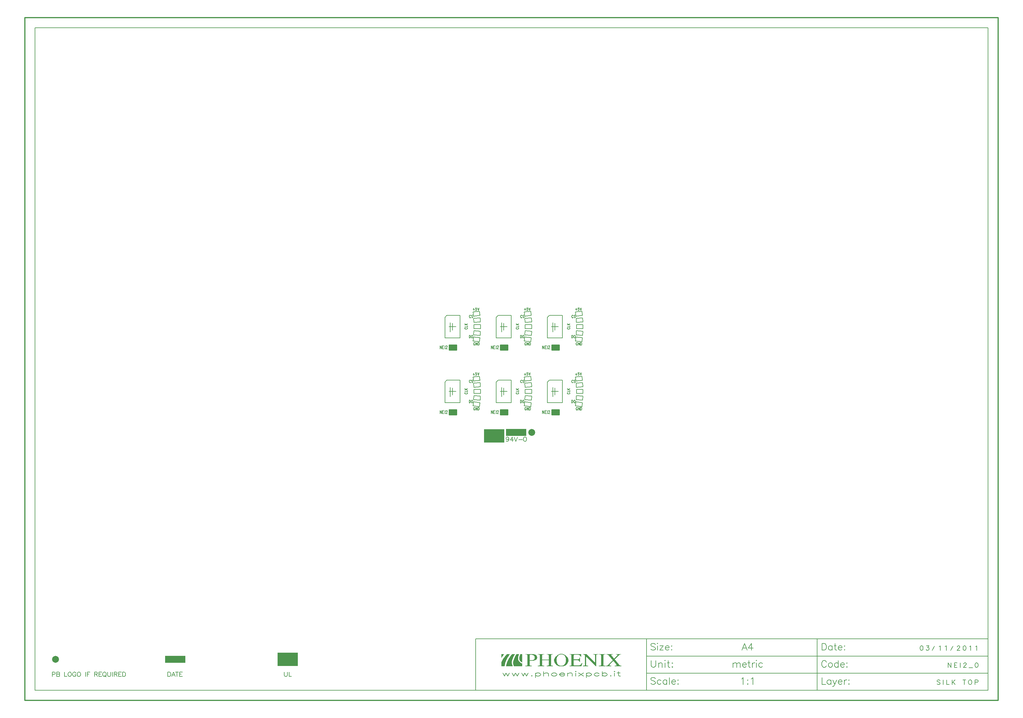
<source format=gbr>
G04 CAM350 V10.2.2 (Build 401) Date:  Thu Nov 03 10:21:45 2011 *
G04 Database: \\SRVPHOENIX\Users\Marina\Documenti\Untitled.cam *
G04 Layer 4: SKT *
%FSLAX33Y33*%
%MOMM*%
%SFA1.000B1.000*%

%MIA0B0*%
%IPPOS*%
%ADD70C,0.24994*%
%ADD23C,0.19990*%
%ADD24C,2.00000*%
%ADD26C,0.16993*%
%ADD28R,5.99999X2.00000*%
%ADD29R,5.99999X3.99999*%
%ADD72C,0.15011*%
%ADD41C,2.00000*%
%ADD46C,0.12700*%
%ADD47R,6.00000X2.00000*%
%ADD48R,6.00000X4.00000*%
%ADD84C,0.20000*%
%ADD112C,0.30000*%
%LNSKT*%
%LPD*%
G36*
X25520Y-62644D02*
G01Y-61414D01*
X26337*
X26338Y-61416*
X26280Y-61474*
Y-61491*
X26228Y-61543*
Y-61561*
X26176Y-61613*
Y-61631*
X26123Y-61683*
Y-61700*
X26071Y-61752*
Y-61770*
X26036Y-61805*
Y-61822*
X26001Y-61857*
Y-61875*
X25949Y-61927*
Y-61944*
X25932Y-61962*
Y-61979*
X25879Y-62031*
Y-62049*
X25844Y-62084*
Y-62101*
X25827Y-62119*
Y-62136*
X25810Y-62154*
Y-62171*
X25792Y-62188*
Y-62206*
X25757Y-62241*
Y-62258*
X25722Y-62293*
Y-62310*
X25705Y-62328*
Y-62345*
X25670Y-62380*
Y-62397*
X25653Y-62415*
Y-62432*
X25635Y-62450*
Y-62467*
X25618Y-62485*
Y-62502*
X25583Y-62537*
Y-62554*
X25566Y-62572*
Y-62589*
X25548Y-62607*
Y-62644*
X25520*
G37*
G36*
X30767Y-62764D02*
G01Y-62602D01*
X30785Y-62585*
Y-62445*
X30802Y-62428*
Y-62323*
X30820Y-62306*
Y-62236*
X30837Y-62219*
Y-62166*
X30854Y-62149*
Y-62114*
X30872Y-62097*
Y-62045*
X30889Y-62027*
Y-61992*
X30907Y-61975*
Y-61940*
X30924Y-61922*
Y-61888*
X30942Y-61870*
Y-61835*
X30959Y-61818*
Y-61783*
X30976Y-61766*
Y-61731*
X30994Y-61713*
Y-61696*
X31011Y-61679*
Y-61661*
X31029Y-61643*
Y-61591*
X31046Y-61574*
Y-61539*
X31064Y-61522*
Y-61469*
X31098Y-61434*
Y-61414*
X31597*
Y-63865*
X31569*
Y-63844*
X31554Y-63829*
X31502Y-63812*
X31484Y-63794*
X31414Y-63759*
X31397Y-63742*
X31362Y-63724*
X31345Y-63707*
X31310Y-63689*
X31292Y-63672*
X31257Y-63655*
X31223Y-63620*
X31188Y-63602*
X31135Y-63550*
X31101Y-63533*
X31011Y-63443*
Y-63426*
X30959Y-63374*
Y-63356*
X30924Y-63321*
Y-63304*
X30907Y-63287*
Y-63269*
X30889Y-63252*
Y-63234*
X30872Y-63217*
Y-63199*
X30854Y-63182*
Y-63147*
X30837Y-63130*
Y-63095*
X30820Y-63077*
Y-63043*
X30802Y-63025*
Y-62955*
X30785Y-62938*
Y-62781*
X30767Y-62764*
G37*
G36*
X54088Y-64963D02*
G01Y-64861D01*
X54236Y-64856*
X54364Y-64839*
X54472Y-64811*
X54561Y-64772*
X54630Y-64721*
X54679Y-64660*
X54709Y-64587*
X54719Y-64502*
Y-61865*
X54709Y-61783*
X54679Y-61713*
X54630Y-61653*
X54561Y-61604*
X54472Y-61566*
X54364Y-61538*
X54236Y-61522*
X54088Y-61517*
Y-61415*
X56006*
Y-61517*
X55858Y-61522*
X55730Y-61538*
X55621Y-61566*
X55533Y-61604*
X55463Y-61653*
X55415Y-61713*
X55385Y-61783*
X55375Y-61865*
Y-64502*
X55385Y-64587*
X55415Y-64660*
X55463Y-64721*
X55533Y-64772*
X55621Y-64811*
X55730Y-64839*
X55858Y-64856*
X56006Y-64861*
Y-64963*
X54088*
G37*
G36*
X25520D02*
G01Y-63857D01*
X25538Y-63840*
Y-63805*
X25555Y-63788*
Y-63770*
X25573Y-63753*
Y-63735*
X25590Y-63718*
Y-63701*
X25607Y-63683*
Y-63648*
X25625Y-63631*
Y-63613*
X25642Y-63596*
Y-63578*
X25660Y-63561*
Y-63526*
X25695Y-63491*
Y-63457*
X25712Y-63439*
Y-63421*
X25730Y-63404*
Y-63387*
X25747Y-63369*
Y-63352*
X25764Y-63334*
Y-63317*
X25782Y-63300*
Y-63282*
X25799Y-63265*
Y-63247*
X25817Y-63230*
Y-63212*
X25834Y-63195*
Y-63178*
X25852Y-63160*
Y-63143*
X25869Y-63125*
Y-63108*
X25886Y-63091*
Y-63073*
X25921Y-63038*
Y-63021*
X25939Y-63003*
Y-62986*
X25956Y-62968*
Y-62951*
X25973Y-62934*
Y-62916*
X26008Y-62881*
Y-62864*
X26043Y-62829*
Y-62812*
X26061Y-62794*
Y-62777*
X26096Y-62742*
Y-62724*
X26113Y-62707*
Y-62689*
X26148Y-62655*
Y-62637*
X26200Y-62585*
Y-62568*
X26252Y-62515*
Y-62498*
X26287Y-62463*
Y-62445*
X26375Y-62358*
Y-62341*
X26462Y-62254*
Y-62236*
X26549Y-62149*
Y-62132*
X26619Y-62062*
Y-62045*
X26671Y-61992*
Y-61975*
X26758Y-61888*
Y-61870*
X26862Y-61766*
Y-61747*
X26897Y-61730*
Y-61713*
X27176Y-61434*
Y-61414*
X28041*
Y-61439*
X27989Y-61491*
Y-61508*
X27849Y-61648*
Y-61683*
X27814Y-61718*
Y-61735*
X27795Y-61755*
X27762Y-61771*
Y-61805*
X27710Y-61857*
Y-61892*
X27692Y-61909*
Y-61927*
X27657Y-61962*
Y-61979*
X27623Y-62014*
Y-62031*
X27605Y-62049*
Y-62066*
X27570Y-62101*
Y-62119*
X27536Y-62154*
Y-62171*
X27518Y-62188*
Y-62206*
X27483Y-62241*
Y-62258*
X27466Y-62275*
Y-62293*
X27431Y-62328*
Y-62345*
X27413Y-62363*
Y-62380*
X27379Y-62415*
Y-62432*
X27344Y-62467*
Y-62485*
X27326Y-62502*
Y-62520*
X27309Y-62537*
Y-62572*
X27289Y-62591*
X27257Y-62608*
Y-62624*
X27239Y-62641*
Y-62659*
X27222Y-62676*
Y-62694*
X27204Y-62711*
Y-62729*
X27187Y-62746*
Y-62764*
X27169Y-62781*
Y-62798*
X27152Y-62816*
Y-62833*
X27134Y-62851*
Y-62868*
X27117Y-62886*
Y-62903*
X27100Y-62920*
Y-62938*
X27082Y-62955*
Y-62973*
X27065Y-62990*
Y-63007*
X27047Y-63025*
Y-63043*
X27030Y-63060*
Y-63095*
X27013Y-63112*
Y-63130*
X26995Y-63147*
Y-63164*
X26978Y-63182*
Y-63217*
X26960Y-63234*
Y-63252*
X26943Y-63269*
Y-63287*
X26925Y-63304*
Y-63339*
X26908Y-63356*
Y-63374*
X26890Y-63391*
Y-63426*
X26873Y-63443*
Y-63461*
X26856Y-63478*
Y-63513*
X26838Y-63530*
Y-63548*
X26821Y-63565*
Y-63600*
X26803Y-63618*
Y-63653*
X26786Y-63670*
Y-63705*
X26768Y-63722*
Y-63740*
X26751Y-63757*
Y-63809*
X26734Y-63827*
Y-63844*
X26716Y-63862*
Y-63949*
X26699Y-63966*
Y-64002*
X26664Y-64020*
Y-64036*
X26646Y-64053*
Y-64106*
X26629Y-64123*
Y-64193*
X26611Y-64210*
Y-64280*
X26594Y-64298*
Y-64367*
X26577Y-64385*
Y-64454*
X26559Y-64472*
Y-64559*
X26542Y-64576*
Y-64646*
X26524Y-64664*
Y-64768*
X26507Y-64786*
Y-64855*
X26490Y-64873*
Y-64963*
X25520*
G37*
G36*
X28954Y-64158D02*
G01Y-63927D01*
X28972Y-63910*
Y-63753*
X28989Y-63735*
Y-63648*
X29007Y-63631*
Y-63561*
X29024Y-63544*
Y-63491*
X29042Y-63474*
Y-63421*
X29059Y-63404*
Y-63369*
X29076Y-63352*
Y-63300*
X29094Y-63282*
Y-63247*
X29111Y-63230*
Y-63195*
X29129Y-63178*
Y-63143*
X29146Y-63125*
Y-63108*
X29164Y-63091*
Y-63055*
X29181Y-63038*
Y-63003*
X29198Y-62986*
Y-62951*
X29216Y-62934*
Y-62916*
X29233Y-62899*
Y-62881*
X29251Y-62864*
Y-62829*
X29268Y-62812*
Y-62777*
X29286Y-62759*
Y-62742*
X29303Y-62724*
Y-62689*
X29320Y-62672*
Y-62637*
X29338Y-62620*
Y-62602*
X29355Y-62585*
Y-62568*
X29373Y-62550*
Y-62515*
X29390Y-62498*
Y-62463*
X29408Y-62445*
Y-62428*
X29425Y-62411*
Y-62358*
X29460Y-62323*
Y-62289*
X29477Y-62271*
Y-62254*
X29495Y-62236*
Y-62219*
X29512Y-62202*
Y-62184*
X29530Y-62166*
Y-62132*
X29547Y-62114*
Y-62097*
X29582Y-62062*
Y-62027*
X29599Y-62010*
Y-61992*
X29634Y-61957*
Y-61940*
X29652Y-61922*
Y-61905*
X29669Y-61888*
Y-61870*
X29704Y-61835*
Y-61818*
X29791Y-61731*
Y-61713*
X29809Y-61696*
Y-61679*
X29826Y-61661*
Y-61643*
X29843Y-61626*
Y-61609*
X29878Y-61574*
Y-61556*
X29896Y-61539*
Y-61522*
X29931Y-61487*
Y-61469*
X29948Y-61452*
Y-61414*
X30729*
X30730Y-61416*
X30708Y-61439*
Y-61456*
X30690Y-61474*
Y-61508*
X30673Y-61526*
Y-61543*
X30656Y-61561*
Y-61596*
X30638Y-61613*
Y-61631*
X30621Y-61648*
Y-61683*
X30603Y-61700*
Y-61718*
X30586Y-61735*
Y-61770*
X30569Y-61787*
Y-61822*
X30551Y-61840*
Y-61875*
X30534Y-61892*
Y-61927*
X30516Y-61944*
Y-61979*
X30499Y-61997*
Y-62066*
X30481Y-62084*
Y-62119*
X30464Y-62136*
Y-62206*
X30447Y-62223*
Y-62310*
X30429Y-62328*
Y-62432*
X30412Y-62450*
Y-62829*
X30429Y-62846*
Y-62916*
X30447Y-62934*
Y-63021*
X30464Y-63038*
Y-63073*
X30499Y-63108*
Y-63160*
X30516Y-63178*
Y-63212*
X30534Y-63230*
Y-63265*
X30551Y-63282*
Y-63300*
X30569Y-63317*
Y-63334*
X30586Y-63352*
Y-63369*
X30621Y-63404*
Y-63421*
X30656Y-63457*
Y-63474*
X30726Y-63544*
Y-63561*
X30743Y-63578*
Y-63596*
X30845Y-63698*
X30880Y-63716*
X30900Y-63735*
Y-63753*
X30915Y-63768*
X30950Y-63785*
X30985Y-63821*
X31020Y-63838*
X31144Y-63962*
Y-63977*
X31227Y-63994*
X31299Y-64030*
X31316Y-64047*
X31454Y-64116*
X31507Y-64134*
X31541Y-64151*
X31597Y-64170*
Y-64963*
X29181*
Y-64925*
X29164Y-64908*
Y-64890*
X29146Y-64873*
Y-64855*
X29129Y-64838*
Y-64803*
X29111Y-64786*
Y-64751*
X29094Y-64733*
Y-64716*
X29076Y-64699*
Y-64664*
X29059Y-64646*
Y-64611*
X29042Y-64594*
Y-64542*
X29024Y-64524*
Y-64489*
X29007Y-64472*
Y-64419*
X28989Y-64402*
Y-64315*
X28972Y-64298*
Y-64176*
X28954Y-64158*
G37*
G36*
X26897Y-64963D02*
G01Y-64903D01*
X26915Y-64886*
Y-64816*
X26932Y-64799*
Y-64729*
X26950Y-64712*
Y-64642*
X26967Y-64624*
Y-64572*
X26985Y-64555*
Y-64485*
X27002Y-64467*
Y-64415*
X27019Y-64398*
Y-64363*
X27037Y-64346*
Y-64311*
X27054Y-64293*
Y-64241*
X27072Y-64223*
Y-64171*
X27089Y-64154*
Y-64136*
X27107Y-64119*
Y-64067*
X27124Y-64049*
Y-64014*
X27142Y-63997*
Y-63962*
X27159Y-63944*
Y-63927*
X27176Y-63910*
Y-63875*
X27194Y-63857*
Y-63823*
X27211Y-63805*
Y-63788*
X27229Y-63770*
Y-63735*
X27246Y-63718*
Y-63683*
X27264Y-63666*
Y-63648*
X27281Y-63631*
Y-63613*
X27298Y-63596*
Y-63561*
X27316Y-63544*
Y-63526*
X27333Y-63509*
Y-63474*
X27351Y-63457*
Y-63439*
X27368Y-63421*
Y-63404*
X27385Y-63387*
Y-63369*
X27403Y-63352*
Y-63334*
X27420Y-63317*
Y-63300*
X27438Y-63282*
Y-63265*
X27455Y-63247*
Y-63230*
X27473Y-63212*
Y-63195*
X27490Y-63178*
Y-63160*
X27508Y-63143*
Y-63125*
X27525Y-63108*
Y-63091*
X27542Y-63073*
Y-63055*
X27560Y-63038*
Y-63021*
X27577Y-63003*
Y-62986*
X27595Y-62968*
Y-62951*
X27612Y-62934*
Y-62916*
X27647Y-62881*
Y-62864*
X27664Y-62846*
Y-62829*
X27699Y-62794*
Y-62777*
X27717Y-62759*
Y-62742*
X27734Y-62724*
Y-62707*
X27769Y-62672*
Y-62655*
X27786Y-62637*
Y-62620*
X27821Y-62585*
Y-62568*
X27839Y-62550*
Y-62533*
X27874Y-62498*
Y-62480*
X27908Y-62445*
Y-62428*
X27943Y-62393*
Y-62376*
X27978Y-62341*
Y-62323*
X28013Y-62289*
Y-62271*
X28048Y-62236*
Y-62219*
X28083Y-62184*
Y-62166*
X28135Y-62114*
Y-62097*
X28187Y-62045*
Y-62027*
X28240Y-61975*
Y-61957*
X28292Y-61905*
Y-61888*
X28362Y-61818*
Y-61800*
X28397Y-61766*
Y-61731*
X28416Y-61711*
X28451Y-61694*
X28501Y-61643*
Y-61626*
X28553Y-61574*
Y-61556*
X28625Y-61484*
X28658Y-61468*
Y-61452*
X28696Y-61414*
X29579*
X29580Y-61416*
X29558Y-61439*
Y-61457*
X29523Y-61475*
Y-61491*
X29453Y-61561*
Y-61578*
X29401Y-61631*
Y-61648*
X29366Y-61683*
Y-61700*
X29348Y-61718*
Y-61735*
X29314Y-61770*
Y-61787*
X29296Y-61805*
Y-61822*
X29261Y-61857*
Y-61875*
X29226Y-61909*
Y-61927*
X29209Y-61944*
Y-61962*
X29191Y-61979*
Y-61997*
X29157Y-62031*
Y-62066*
X29122Y-62101*
Y-62119*
X29104Y-62136*
Y-62154*
X29087Y-62171*
Y-62188*
X29069Y-62206*
Y-62223*
X29052Y-62241*
Y-62275*
X29035Y-62293*
Y-62310*
X29017Y-62328*
Y-62345*
X29000Y-62363*
Y-62380*
X28982Y-62397*
Y-62415*
X28965Y-62432*
Y-62467*
X28947Y-62485*
Y-62502*
X28930Y-62520*
Y-62554*
X28912Y-62572*
Y-62589*
X28895Y-62607*
Y-62641*
X28878Y-62659*
Y-62676*
X28860Y-62694*
Y-62729*
X28843Y-62746*
Y-62781*
X28825Y-62798*
Y-62833*
X28808Y-62851*
Y-62886*
X28791Y-62903*
Y-62938*
X28773Y-62955*
Y-62990*
X28756Y-63007*
Y-63043*
X28738Y-63060*
Y-63077*
X28721Y-63095*
Y-63112*
X28705Y-63127*
X28721Y-63143*
Y-63164*
X28703Y-63182*
Y-63234*
X28686Y-63252*
Y-63287*
X28668Y-63304*
Y-63339*
X28651Y-63356*
Y-63409*
X28634Y-63426*
Y-63478*
X28616Y-63496*
Y-63600*
X28599Y-63618*
Y-64136*
X28616Y-64154*
Y-64241*
X28634Y-64258*
Y-64346*
X28651Y-64363*
Y-64415*
X28668Y-64433*
Y-64467*
X28686Y-64485*
Y-64537*
X28703Y-64555*
Y-64572*
X28721Y-64590*
Y-64624*
X28738Y-64642*
Y-64677*
X28756Y-64694*
Y-64729*
X28773Y-64746*
Y-64764*
X28791Y-64781*
Y-64799*
X28808Y-64816*
Y-64834*
X28825Y-64851*
Y-64886*
X28860Y-64921*
Y-64963*
X26897*
G37*
G36*
X32598D02*
G01Y-64861D01*
X32731Y-64856*
X32846Y-64839*
X32943Y-64811*
X33023Y-64772*
X33085Y-64721*
X33129Y-64660*
X33156Y-64587*
X33165Y-64502*
Y-61865*
X33158Y-61783*
X33137Y-61712*
X33103Y-61654*
X33055Y-61608*
X32978Y-61568*
X32876Y-61540*
X32750Y-61522*
X32598Y-61517*
Y-61415*
X34329*
X34518Y-61418*
X34697Y-61430*
X34864Y-61448*
X35021Y-61474*
X35166Y-61507*
X35301Y-61548*
X35425Y-61595*
X35539Y-61651*
X35650Y-61719*
X35747Y-61795*
X35828Y-61879*
X35896Y-61971*
X35947Y-62071*
X35985Y-62178*
X36007Y-62294*
X36015Y-62417*
X36006Y-62542*
X35980Y-62660*
X35935Y-62770*
X35873Y-62873*
X35794Y-62969*
X35697Y-63056*
X35581Y-63137*
X35449Y-63210*
X35329Y-63264*
X35204Y-63310*
X35074Y-63347*
X34939Y-63376*
X34798Y-63398*
X34654Y-63412*
X34503Y-63417*
X34349Y-63414*
X33821Y-63393*
Y-64529*
X33830Y-64607*
X33857Y-64675*
X33902Y-64732*
X33966Y-64778*
X34047Y-64815*
X34147Y-64841*
X34264Y-64856*
X34400Y-64861*
Y-64963*
X32598*
G37*
G36*
X45473D02*
G01Y-64861D01*
X45606Y-64856*
X45721Y-64839*
X45818Y-64811*
X45898Y-64772*
X45960Y-64721*
X46004Y-64660*
X46031Y-64587*
X46040Y-64502*
Y-61865*
X46033Y-61783*
X46012Y-61712*
X45978Y-61654*
X45930Y-61608*
X45853Y-61568*
X45751Y-61540*
X45625Y-61522*
X45473Y-61517*
Y-61415*
X48890*
Y-62181*
X48755*
X48707Y-62075*
X48641Y-61974*
X48557Y-61882*
X48462Y-61800*
X48353Y-61732*
X48238Y-61679*
X48118Y-61646*
X47996Y-61634*
X47037*
X46957Y-61638*
X46887Y-61649*
X46829Y-61667*
X46781Y-61691*
X46744Y-61723*
X46717Y-61761*
X46701Y-61807*
X46696Y-61860*
Y-62996*
X47687*
X47854Y-62988*
X47999Y-62964*
X48121Y-62924*
X48222Y-62867*
X48300Y-62795*
X48356Y-62706*
X48390Y-62602*
X48401Y-62481*
X48536*
Y-63736*
X48401*
X48386Y-63607*
X48368Y-63550*
X48343Y-63496*
X48310Y-63447*
X48270Y-63401*
X48224Y-63360*
X48169Y-63323*
X48069Y-63276*
X47955Y-63242*
X47828Y-63223*
X47687Y-63216*
X46696*
Y-64529*
X46702Y-64600*
X46720Y-64655*
X46750Y-64696*
X46793Y-64722*
X46870Y-64738*
X47011Y-64743*
X48002*
X48186Y-64731*
X48274Y-64715*
X48361Y-64692*
X48443Y-64664*
X48524Y-64629*
X48678Y-64540*
X48805Y-64437*
X48909Y-64322*
X48991Y-64196*
X49051Y-64057*
X49238*
X48948Y-64963*
X45473*
G37*
G36*
X40963Y-63189D02*
G01X40976Y-63034D01*
X41015Y-62876*
X41076Y-62717*
X41160Y-62557*
X41262Y-62400*
X41382Y-62247*
X41516Y-62099*
X41665Y-61959*
X41823Y-61830*
X41991Y-61711*
X42164Y-61605*
X42344Y-61514*
X42525Y-61441*
X42708Y-61386*
X42889Y-61352*
X43067Y-61340*
X43248Y-61352*
X43432Y-61386*
X43617Y-61440*
X43801Y-61513*
X43980Y-61604*
X44155Y-61709*
X44322Y-61827*
X44481Y-61957*
X44627Y-62097*
X44762Y-62244*
X44880Y-62398*
X44982Y-62554*
X45064Y-62714*
X45126Y-62875*
X45164Y-63033*
X45178Y-63189*
X45168Y-63381*
X45142Y-63564*
X45098Y-63740*
X45036Y-63907*
X44956Y-64067*
X44859Y-64218*
X44744Y-64362*
X44611Y-64497*
X44458Y-64624*
X44295Y-64734*
X44121Y-64827*
X43937Y-64903*
X43743Y-64962*
X43538Y-65004*
X43323Y-65029*
X43099Y-65038*
X42866Y-65029*
X42644Y-65004*
X42433Y-64962*
X42234Y-64903*
X42044Y-64827*
X41866Y-64734*
X41698Y-64624*
X41542Y-64497*
X41406Y-64362*
X41289Y-64218*
X41189Y-64067*
X41108Y-63907*
X41044Y-63740*
X40999Y-63564*
X40972Y-63381*
X40963Y-63189*
G37*
G36*
X36233Y-64963D02*
G01Y-64861D01*
X36366Y-64856*
X36481Y-64839*
X36578Y-64811*
X36658Y-64772*
X36720Y-64721*
X36764Y-64660*
X36790Y-64587*
X36799Y-64502*
Y-61865*
X36790Y-61783*
X36764Y-61713*
X36720Y-61653*
X36658Y-61604*
X36578Y-61566*
X36481Y-61538*
X36366Y-61522*
X36233Y-61517*
Y-61415*
X38022*
Y-61517*
X37889Y-61522*
X37774Y-61538*
X37676Y-61566*
X37597Y-61604*
X37535Y-61653*
X37491Y-61713*
X37464Y-61783*
X37456Y-61865*
Y-63039*
X39405*
Y-61865*
X39396Y-61783*
X39370Y-61713*
X39325Y-61653*
X39264Y-61604*
X39184Y-61566*
X39087Y-61538*
X38972Y-61522*
X38839Y-61517*
Y-61415*
X40628*
Y-61517*
X40495Y-61522*
X40380Y-61538*
X40282Y-61566*
X40203Y-61604*
X40141Y-61653*
X40097Y-61713*
X40070Y-61783*
X40062Y-61865*
Y-64502*
X40070Y-64587*
X40097Y-64660*
X40141Y-64721*
X40203Y-64772*
X40282Y-64811*
X40380Y-64839*
X40495Y-64856*
X40628Y-64861*
Y-64963*
X38839*
Y-64861*
X38972Y-64856*
X39087Y-64839*
X39184Y-64811*
X39264Y-64772*
X39325Y-64721*
X39370Y-64660*
X39396Y-64587*
X39405Y-64502*
Y-63259*
X37456*
Y-64502*
X37464Y-64587*
X37491Y-64660*
X37535Y-64721*
X37597Y-64772*
X37676Y-64811*
X37774Y-64839*
X37889Y-64856*
X38022Y-64861*
Y-64963*
X36233*
G37*
G36*
X56193Y-64861D02*
G01X56278Y-64856D01*
X56364Y-64839*
X56450Y-64810*
X56537Y-64770*
X56624Y-64719*
X56712Y-64656*
X56799Y-64582*
X56888Y-64497*
X58132Y-63215*
X57151Y-62016*
X57047Y-61899*
X56941Y-61798*
X56833Y-61712*
X56725Y-61641*
X56613Y-61587*
X56501Y-61548*
X56386Y-61525*
X56270Y-61517*
Y-61415*
X58207*
Y-61517*
X57993Y-61527*
X57910Y-61539*
X57842Y-61556*
X57789Y-61578*
X57751Y-61604*
X57730Y-61636*
X57724Y-61672*
X57750Y-61752*
X57811Y-61874*
X57937Y-62079*
X58548Y-62798*
X59422Y-61902*
X59473Y-61845*
X59508Y-61789*
X59527Y-61735*
X59532Y-61683*
X59522Y-61644*
X59499Y-61610*
X59462Y-61582*
X59413Y-61558*
X59350Y-61541*
X59274Y-61527*
X59082Y-61517*
Y-61415*
X60607*
Y-61517*
X60494Y-61522*
X60384Y-61540*
X60277Y-61570*
X60173Y-61611*
X60071Y-61664*
X59972Y-61728*
X59876Y-61805*
X59783Y-61892*
X58702Y-62991*
X59918Y-64433*
X60008Y-64534*
X60099Y-64620*
X60190Y-64694*
X60283Y-64754*
X60375Y-64802*
X60469Y-64835*
X60563Y-64855*
X60658Y-64861*
Y-64963*
X58747*
Y-64861*
X58964Y-64852*
X59049Y-64840*
X59119Y-64823*
X59173Y-64801*
X59211Y-64774*
X59235Y-64743*
X59243Y-64706*
X59234Y-64640*
X59207Y-64567*
X59162Y-64490*
X59100Y-64407*
X58304Y-63425*
X57364Y-64395*
X57297Y-64471*
X57248Y-64539*
X57219Y-64598*
X57210Y-64647*
X57218Y-64698*
X57241Y-64741*
X57279Y-64778*
X57332Y-64808*
X57398Y-64832*
X57479Y-64848*
X57575Y-64858*
X57686Y-64861*
Y-64963*
X56193*
Y-64861*
G37*
G36*
X49405Y-64963D02*
G01Y-64861D01*
X49551Y-64855*
X49678Y-64838*
X49784Y-64808*
X49873Y-64766*
X49940Y-64713*
X49990Y-64647*
X50019Y-64570*
X50029Y-64481*
Y-61817*
X49898Y-61685*
X49830Y-61624*
X49742Y-61577*
X49643Y-61543*
X49530Y-61523*
X49405Y-61517*
Y-61415*
X50512*
X52982Y-63993*
Y-61849*
X52972Y-61771*
X52943Y-61704*
X52894Y-61647*
X52826Y-61600*
X52738Y-61564*
X52631Y-61537*
X52504Y-61522*
X52358Y-61517*
Y-61415*
X53890*
Y-61517*
X53743Y-61522*
X53616Y-61539*
X53509Y-61567*
X53421Y-61607*
X53352Y-61657*
X53304Y-61719*
X53275Y-61792*
X53265Y-61876*
Y-65038*
X53177Y-65036*
X50312Y-62090*
Y-64529*
X50322Y-64607*
X50351Y-64675*
X50399Y-64732*
X50468Y-64778*
X50555Y-64815*
X50663Y-64841*
X50790Y-64856*
X50936Y-64861*
Y-64963*
X49405*
G37*
%LPC*%
G36*
X34130Y-63210D02*
G01X34310Y-63216D01*
X34537Y-63203*
X34639Y-63188*
X34735Y-63166*
X34821Y-63138*
X34901Y-63104*
X34973Y-63063*
X35038Y-63016*
X35095Y-62964*
X35144Y-62904*
X35186Y-62839*
X35220Y-62767*
X35247Y-62689*
X35266Y-62605*
X35278Y-62515*
X35282Y-62417*
X35276Y-62320*
X35262Y-62229*
X35238Y-62144*
X35206Y-62065*
X35163Y-61994*
X35112Y-61928*
X35051Y-61868*
X34980Y-61814*
X34900Y-61767*
X34811Y-61727*
X34711Y-61692*
X34604Y-61663*
X34486Y-61642*
X34359Y-61626*
X34223Y-61616*
X34078Y-61613*
X33956Y-61620*
X33914Y-61629*
X33885Y-61640*
X33857Y-61669*
X33837Y-61711*
X33825Y-61768*
X33821Y-61838*
Y-63189*
X34130Y-63210*
G37*
G36*
X41702Y-63374D02*
G01X41718Y-63540D01*
X41745Y-63699*
X41783Y-63848*
X41832Y-63991*
X41892Y-64125*
X41962Y-64251*
X42044Y-64368*
X42138Y-64481*
X42240Y-64577*
X42351Y-64660*
X42470Y-64726*
X42597Y-64779*
X42732Y-64816*
X42876Y-64838*
X43028Y-64845*
X43197Y-64837*
X43357Y-64813*
X43506Y-64773*
X43646Y-64715*
X43776Y-64642*
X43897Y-64553*
X44008Y-64447*
X44109Y-64325*
X44187Y-64208*
X44255Y-64084*
X44313Y-63954*
X44360Y-63816*
X44396Y-63672*
X44423Y-63522*
X44438Y-63364*
X44444Y-63200*
X44439Y-63029*
X44425Y-62865*
X44401Y-62709*
X44368Y-62561*
X44325Y-62421*
X44273Y-62288*
X44212Y-62164*
X44142Y-62047*
X44048Y-61927*
X43945Y-61822*
X43832Y-61734*
X43710Y-61661*
X43578Y-61605*
X43436Y-61565*
X43285Y-61541*
X43125Y-61533*
X42944Y-61541*
X42776Y-61563*
X42619Y-61602*
X42475Y-61655*
X42343Y-61724*
X42222Y-61808*
X42114Y-61907*
X42018Y-62020*
X41942Y-62133*
X41877Y-62255*
X41822Y-62388*
X41777Y-62530*
X41741Y-62682*
X41716Y-62845*
X41701Y-63017*
X41697Y-63200*
X41702Y-63374*
G37*
%LPD*%
G54D28*
X29880Y3513D03*
G54D29*
X23380Y2513D03*
G54D24*
X34380Y3513D03*
G54D47*
X-70000Y-63000D03*
G54D48*
X-37000D03*
G54D41*
X-105000D03*
G54D26*
X10576Y16695D02*
G01Y13964D01*
X16100Y12163D02*
G01Y12950D01*
Y12163D02*
G01X16291D01*
X16373Y12200*
X16427Y12275*
X16455Y12350*
X16482Y12463*
Y12650*
X16455Y12762*
X16427Y12837*
X16373Y12912*
X16291Y12950*
X16100*
X16891Y12163D02*
G01X16836Y12200D01*
X16782Y12275*
X16755Y12350*
X16727Y12463*
Y12650*
X16755Y12762*
X16782Y12837*
X16836Y12912*
X16891Y12950*
X17000*
X17055Y12912*
X17109Y12837*
X17136Y12762*
X17164Y12650*
Y12463*
X17136Y12350*
X17109Y12275*
X17055Y12200*
X17000Y12163*
X16891*
X16549Y18657D02*
G01X16520Y18731D01*
X16464Y18806*
X16409Y18842*
X16300Y18840*
X16246Y18802*
X16193Y18726*
X16167Y18650*
X16142Y18537*
X16145Y18350*
X16174Y18238*
X16203Y18163*
X16259Y18089*
X16314Y18053*
X16423Y18055*
X16477Y18093*
X16530Y18169*
X16556Y18245*
X17174Y18743D02*
G01X17119Y18817D01*
X17036Y18853*
X16927Y18851*
X16846Y18812*
X16793Y18736*
X16794Y18661*
X16823Y18587*
X16851Y18550*
X16906Y18513*
X17071Y18441*
X17126Y18405*
X17154Y18368*
X17182Y18293*
X17184Y18181*
X17131Y18105*
X17050Y18066*
X16941Y18064*
X16858Y18100*
X16803Y18174*
X15000Y15159D02*
G01X14925Y15132D01*
X14850Y15077*
X14813Y15023*
Y14914*
X14850Y14859*
X14925Y14804*
X15000Y14777*
X15112Y14750*
X15300*
X15413Y14777*
X15488Y14804*
X15563Y14859*
X15600Y14914*
Y15023*
X15563Y15077*
X15488Y15132*
X15413Y15159*
X14813Y15405D02*
G01X15600D01*
Y15732*
X14813Y15977D02*
G01X15600D01*
X14813Y16359D02*
G01X15338Y15977D01*
X15150Y16114D02*
G01X15600Y16359D01*
X17434Y20879D02*
G01X17445Y20204D01*
X17194Y20537D02*
G01X17685Y20546D01*
X18277Y21006D02*
G01X18005Y21002D01*
X17983Y20664*
X18010Y20702*
X18091Y20741*
X18173Y20742*
X18255Y20706*
X18311Y20632*
X18340Y20520*
X18314Y20444*
X18289Y20331*
X18236Y20255*
X18154Y20217*
X18073Y20215*
X17990Y20251*
X17962Y20288*
X17934Y20363*
X18577Y21012D02*
G01X18809Y20228D01*
X19013Y21019D02*
G01X18809Y20228D01*
X17809Y10650D02*
G01X17782Y10725D01*
X17727Y10800*
X17673Y10837*
X17564*
X17509Y10800*
X17455Y10725*
X17427Y10650*
X17400Y10537*
Y10350*
X17427Y10237*
X17455Y10163*
X17509Y10087*
X17564Y10050*
X17673*
X17727Y10087*
X17782Y10163*
X17809Y10237*
Y10350*
X17673D02*
G01X17809D01*
X18055Y10837D02*
G01Y10050D01*
Y10837D02*
G01X18437Y10050D01*
Y10837D02*
G01Y10050D01*
X18682Y10837D02*
G01Y10050D01*
Y10837D02*
G01X18873D01*
X18955Y10800*
X19009Y10725*
X19037Y10650*
X19064Y10537*
Y10350*
X19037Y10237*
X19009Y10163*
X18955Y10087*
X18873Y10050*
X18682*
X9560Y18795D02*
G01X8990Y18225D01*
Y12195*
X13430*
Y18795*
X9560*
X10200Y15495D02*
G01X12200D01*
X11200Y16495D02*
G01Y14495D01*
X17371Y18567D02*
G01X17245Y19760D01*
X19135Y19959*
X19260Y18766*
X17371Y18567*
X17484Y16735D02*
G01X17421Y17933D01*
X19318Y18033*
X19381Y16835*
X17484Y16735*
X17500Y14900D02*
G01Y16100D01*
X19400*
Y14900*
X17500*
X17421Y13067D02*
G01X17484Y14265D01*
X19381Y14165*
X19318Y12967*
X17421Y13067*
X17245Y11240D02*
G01X17371Y12433D01*
X19260Y12234*
X19135Y11041*
X17245Y11240*
X25576Y16695D02*
G01Y13964D01*
X31100Y12163D02*
G01Y12950D01*
Y12163D02*
G01X31291D01*
X31373Y12200*
X31427Y12275*
X31455Y12350*
X31482Y12463*
Y12650*
X31455Y12762*
X31427Y12837*
X31373Y12912*
X31291Y12950*
X31100*
X31891Y12163D02*
G01X31836Y12200D01*
X31782Y12275*
X31755Y12350*
X31727Y12463*
Y12650*
X31755Y12762*
X31782Y12837*
X31836Y12912*
X31891Y12950*
X32000*
X32055Y12912*
X32109Y12837*
X32136Y12762*
X32164Y12650*
Y12463*
X32136Y12350*
X32109Y12275*
X32055Y12200*
X32000Y12163*
X31891*
X31549Y18657D02*
G01X31520Y18731D01*
X31464Y18806*
X31409Y18842*
X31300Y18840*
X31246Y18802*
X31193Y18726*
X31167Y18650*
X31142Y18537*
X31145Y18350*
X31174Y18238*
X31203Y18163*
X31259Y18089*
X31314Y18053*
X31423Y18055*
X31477Y18093*
X31530Y18169*
X31556Y18245*
X32174Y18743D02*
G01X32119Y18817D01*
X32036Y18853*
X31927Y18851*
X31846Y18812*
X31793Y18736*
X31794Y18661*
X31823Y18587*
X31851Y18550*
X31906Y18513*
X32071Y18441*
X32126Y18405*
X32154Y18368*
X32182Y18293*
X32184Y18181*
X32131Y18105*
X32050Y18066*
X31941Y18064*
X31858Y18100*
X31803Y18174*
X30000Y15159D02*
G01X29925Y15132D01*
X29850Y15077*
X29812Y15023*
Y14914*
X29850Y14859*
X29925Y14804*
X30000Y14777*
X30112Y14750*
X30300*
X30413Y14777*
X30488Y14804*
X30563Y14859*
X30600Y14914*
Y15023*
X30563Y15077*
X30488Y15132*
X30413Y15159*
X29812Y15405D02*
G01X30600D01*
Y15732*
X29812Y15977D02*
G01X30600D01*
X29812Y16359D02*
G01X30338Y15977D01*
X30150Y16114D02*
G01X30600Y16359D01*
X32434Y20879D02*
G01X32445Y20204D01*
X32194Y20537D02*
G01X32685Y20546D01*
X33277Y21006D02*
G01X33005Y21002D01*
X32983Y20664*
X33010Y20702*
X33091Y20741*
X33173Y20742*
X33255Y20706*
X33311Y20632*
X33340Y20520*
X33314Y20444*
X33289Y20331*
X33236Y20255*
X33154Y20217*
X33073Y20215*
X32990Y20251*
X32962Y20288*
X32934Y20363*
X33577Y21012D02*
G01X33809Y20228D01*
X34013Y21019D02*
G01X33809Y20228D01*
X32809Y10650D02*
G01X32782Y10725D01*
X32727Y10800*
X32673Y10837*
X32564*
X32509Y10800*
X32455Y10725*
X32427Y10650*
X32400Y10537*
Y10350*
X32427Y10237*
X32455Y10163*
X32509Y10087*
X32564Y10050*
X32673*
X32727Y10087*
X32782Y10163*
X32809Y10237*
Y10350*
X32673D02*
G01X32809D01*
X33055Y10837D02*
G01Y10050D01*
Y10837D02*
G01X33437Y10050D01*
Y10837D02*
G01Y10050D01*
X33682Y10837D02*
G01Y10050D01*
Y10837D02*
G01X33873D01*
X33955Y10800*
X34009Y10725*
X34037Y10650*
X34064Y10537*
Y10350*
X34037Y10237*
X34009Y10163*
X33955Y10087*
X33873Y10050*
X33682*
X24560Y18795D02*
G01X23990Y18225D01*
Y12195*
X28430*
Y18795*
X24560*
X25200Y15495D02*
G01X27200D01*
X26200Y16495D02*
G01Y14495D01*
X32371Y18567D02*
G01X32245Y19760D01*
X34135Y19959*
X34260Y18766*
X32371Y18567*
X32484Y16735D02*
G01X32421Y17933D01*
X34318Y18033*
X34381Y16835*
X32484Y16735*
X32500Y14900D02*
G01Y16100D01*
X34400*
Y14900*
X32500*
X32421Y13067D02*
G01X32484Y14265D01*
X34381Y14165*
X34318Y12967*
X32421Y13067*
X32245Y11240D02*
G01X32371Y12433D01*
X34260Y12234*
X34135Y11041*
X32245Y11240*
X40576Y16695D02*
G01Y13964D01*
X46100Y12163D02*
G01Y12950D01*
Y12163D02*
G01X46291D01*
X46373Y12200*
X46427Y12275*
X46455Y12350*
X46482Y12463*
Y12650*
X46455Y12762*
X46427Y12837*
X46373Y12912*
X46291Y12950*
X46100*
X46891Y12163D02*
G01X46836Y12200D01*
X46782Y12275*
X46755Y12350*
X46727Y12463*
Y12650*
X46755Y12762*
X46782Y12837*
X46836Y12912*
X46891Y12950*
X47000*
X47055Y12912*
X47109Y12837*
X47136Y12762*
X47164Y12650*
Y12463*
X47136Y12350*
X47109Y12275*
X47055Y12200*
X47000Y12163*
X46891*
X46549Y18657D02*
G01X46520Y18731D01*
X46464Y18806*
X46409Y18842*
X46300Y18840*
X46246Y18802*
X46193Y18726*
X46167Y18650*
X46142Y18537*
X46145Y18350*
X46174Y18238*
X46203Y18163*
X46258Y18089*
X46314Y18053*
X46423Y18055*
X46477Y18093*
X46530Y18169*
X46556Y18245*
X47174Y18743D02*
G01X47119Y18817D01*
X47036Y18853*
X46927Y18851*
X46846Y18812*
X46793Y18736*
X46794Y18661*
X46823Y18587*
X46851Y18550*
X46906Y18513*
X47071Y18441*
X47126Y18405*
X47154Y18368*
X47182Y18293*
X47184Y18181*
X47131Y18105*
X47050Y18066*
X46941Y18064*
X46858Y18100*
X46803Y18174*
X45000Y15159D02*
G01X44925Y15132D01*
X44850Y15077*
X44812Y15023*
Y14914*
X44850Y14859*
X44925Y14804*
X45000Y14777*
X45112Y14750*
X45300*
X45413Y14777*
X45488Y14804*
X45563Y14859*
X45600Y14914*
Y15023*
X45563Y15077*
X45488Y15132*
X45413Y15159*
X44812Y15405D02*
G01X45600D01*
Y15732*
X44812Y15977D02*
G01X45600D01*
X44812Y16359D02*
G01X45337Y15977D01*
X45150Y16114D02*
G01X45600Y16359D01*
X47434Y20879D02*
G01X47445Y20204D01*
X47194Y20537D02*
G01X47685Y20546D01*
X48277Y21006D02*
G01X48004Y21002D01*
X47983Y20664*
X48010Y20702*
X48091Y20741*
X48173Y20742*
X48255Y20706*
X48311Y20632*
X48340Y20520*
X48314Y20444*
X48289Y20331*
X48236Y20255*
X48154Y20217*
X48073Y20215*
X47990Y20251*
X47962Y20288*
X47934Y20363*
X48577Y21012D02*
G01X48809Y20228D01*
X49013Y21019D02*
G01X48809Y20228D01*
X47809Y10650D02*
G01X47782Y10725D01*
X47727Y10800*
X47673Y10837*
X47564*
X47509Y10800*
X47455Y10725*
X47427Y10650*
X47400Y10537*
Y10350*
X47427Y10237*
X47455Y10163*
X47509Y10087*
X47564Y10050*
X47673*
X47727Y10087*
X47782Y10163*
X47809Y10237*
Y10350*
X47673D02*
G01X47809D01*
X48055Y10837D02*
G01Y10050D01*
Y10837D02*
G01X48437Y10050D01*
Y10837D02*
G01Y10050D01*
X48682Y10837D02*
G01Y10050D01*
Y10837D02*
G01X48873D01*
X48955Y10800*
X49009Y10725*
X49036Y10650*
X49064Y10537*
Y10350*
X49036Y10237*
X49009Y10163*
X48955Y10087*
X48873Y10050*
X48682*
X39560Y18795D02*
G01X38990Y18225D01*
Y12195*
X43430*
Y18795*
X39560*
X40200Y15495D02*
G01X42200D01*
X41200Y16495D02*
G01Y14495D01*
X47371Y18567D02*
G01X47245Y19760D01*
X49135Y19959*
X49260Y18766*
X47371Y18567*
X47484Y16735D02*
G01X47421Y17933D01*
X49318Y18033*
X49381Y16835*
X47484Y16735*
X47500Y14900D02*
G01Y16100D01*
X49400*
Y14900*
X47500*
X47421Y13067D02*
G01X47484Y14265D01*
X49381Y14165*
X49318Y12967*
X47421Y13067*
X47245Y11240D02*
G01X47371Y12433D01*
X49260Y12234*
X49135Y11041*
X47245Y11240*
X40576Y35695D02*
G01Y32964D01*
X46100Y31162D02*
G01Y31950D01*
Y31162D02*
G01X46291D01*
X46373Y31200*
X46427Y31275*
X46455Y31350*
X46482Y31462*
Y31650*
X46455Y31762*
X46427Y31837*
X46373Y31912*
X46291Y31950*
X46100*
X46891Y31162D02*
G01X46836Y31200D01*
X46782Y31275*
X46755Y31350*
X46727Y31462*
Y31650*
X46755Y31762*
X46782Y31837*
X46836Y31912*
X46891Y31950*
X47000*
X47055Y31912*
X47109Y31837*
X47136Y31762*
X47164Y31650*
Y31462*
X47136Y31350*
X47109Y31275*
X47055Y31200*
X47000Y31162*
X46891*
X46549Y37657D02*
G01X46520Y37731D01*
X46464Y37806*
X46409Y37842*
X46300Y37840*
X46246Y37802*
X46193Y37726*
X46167Y37650*
X46142Y37537*
X46145Y37350*
X46174Y37238*
X46203Y37163*
X46258Y37089*
X46314Y37053*
X46423Y37055*
X46477Y37093*
X46530Y37169*
X46556Y37245*
X47174Y37743D02*
G01X47119Y37817D01*
X47036Y37853*
X46927Y37851*
X46846Y37812*
X46793Y37736*
X46794Y37661*
X46823Y37587*
X46851Y37550*
X46906Y37513*
X47071Y37441*
X47126Y37405*
X47154Y37367*
X47182Y37293*
X47184Y37181*
X47131Y37105*
X47050Y37066*
X46941Y37064*
X46858Y37100*
X46803Y37174*
X45000Y34159D02*
G01X44925Y34132D01*
X44850Y34077*
X44812Y34023*
Y33914*
X44850Y33859*
X44925Y33804*
X45000Y33777*
X45112Y33750*
X45300*
X45413Y33777*
X45488Y33804*
X45563Y33859*
X45600Y33914*
Y34023*
X45563Y34077*
X45488Y34132*
X45413Y34159*
X44812Y34405D02*
G01X45600D01*
Y34732*
X44812Y34977D02*
G01X45600D01*
X44812Y35359D02*
G01X45337Y34977D01*
X45150Y35113D02*
G01X45600Y35359D01*
X47434Y39879D02*
G01X47445Y39204D01*
X47194Y39537D02*
G01X47685Y39546D01*
X48277Y40006D02*
G01X48004Y40002D01*
X47983Y39664*
X48010Y39702*
X48091Y39741*
X48173Y39742*
X48255Y39706*
X48311Y39632*
X48340Y39520*
X48314Y39444*
X48289Y39331*
X48236Y39255*
X48154Y39217*
X48073Y39215*
X47990Y39251*
X47962Y39288*
X47934Y39363*
X48577Y40012D02*
G01X48809Y39228D01*
X49013Y40019D02*
G01X48809Y39228D01*
X47809Y29650D02*
G01X47782Y29725D01*
X47727Y29800*
X47673Y29837*
X47564*
X47509Y29800*
X47455Y29725*
X47427Y29650*
X47400Y29537*
Y29350*
X47427Y29237*
X47455Y29163*
X47509Y29087*
X47564Y29050*
X47673*
X47727Y29087*
X47782Y29163*
X47809Y29237*
Y29350*
X47673D02*
G01X47809D01*
X48055Y29837D02*
G01Y29050D01*
Y29837D02*
G01X48437Y29050D01*
Y29837D02*
G01Y29050D01*
X48682Y29837D02*
G01Y29050D01*
Y29837D02*
G01X48873D01*
X48955Y29800*
X49009Y29725*
X49036Y29650*
X49064Y29537*
Y29350*
X49036Y29237*
X49009Y29163*
X48955Y29087*
X48873Y29050*
X48682*
X39560Y37795D02*
G01X38990Y37225D01*
Y31195*
X43430*
Y37795*
X39560*
X40200Y34495D02*
G01X42200D01*
X41200Y35495D02*
G01Y33495D01*
X47371Y37567D02*
G01X47245Y38760D01*
X49135Y38959*
X49260Y37765*
X47371Y37567*
X47484Y35735D02*
G01X47421Y36933D01*
X49318Y37033*
X49381Y35835*
X47484Y35735*
X47500Y33900D02*
G01Y35100D01*
X49400*
Y33900*
X47500*
X47421Y32066D02*
G01X47484Y33265D01*
X49381Y33165*
X49318Y31967*
X47421Y32066*
X47245Y30239D02*
G01X47371Y31433D01*
X49260Y31234*
X49135Y30041*
X47245Y30239*
X25576Y35695D02*
G01Y32964D01*
X31100Y31162D02*
G01Y31950D01*
Y31162D02*
G01X31291D01*
X31373Y31200*
X31427Y31275*
X31455Y31350*
X31482Y31462*
Y31650*
X31455Y31762*
X31427Y31837*
X31373Y31912*
X31291Y31950*
X31100*
X31891Y31162D02*
G01X31836Y31200D01*
X31782Y31275*
X31755Y31350*
X31727Y31462*
Y31650*
X31755Y31762*
X31782Y31837*
X31836Y31912*
X31891Y31950*
X32000*
X32055Y31912*
X32109Y31837*
X32136Y31762*
X32164Y31650*
Y31462*
X32136Y31350*
X32109Y31275*
X32055Y31200*
X32000Y31162*
X31891*
X31549Y37657D02*
G01X31520Y37731D01*
X31464Y37806*
X31409Y37842*
X31300Y37840*
X31246Y37802*
X31193Y37726*
X31167Y37650*
X31142Y37537*
X31145Y37350*
X31174Y37238*
X31203Y37163*
X31259Y37089*
X31314Y37053*
X31423Y37055*
X31477Y37093*
X31530Y37169*
X31556Y37245*
X32174Y37743D02*
G01X32119Y37817D01*
X32036Y37853*
X31927Y37851*
X31846Y37812*
X31793Y37736*
X31794Y37661*
X31823Y37587*
X31851Y37550*
X31906Y37513*
X32071Y37441*
X32126Y37405*
X32154Y37367*
X32182Y37293*
X32184Y37181*
X32131Y37105*
X32050Y37066*
X31941Y37064*
X31858Y37100*
X31803Y37174*
X30000Y34159D02*
G01X29925Y34132D01*
X29850Y34077*
X29812Y34023*
Y33914*
X29850Y33859*
X29925Y33804*
X30000Y33777*
X30112Y33750*
X30300*
X30413Y33777*
X30488Y33804*
X30563Y33859*
X30600Y33914*
Y34023*
X30563Y34077*
X30488Y34132*
X30413Y34159*
X29812Y34405D02*
G01X30600D01*
Y34732*
X29812Y34977D02*
G01X30600D01*
X29812Y35359D02*
G01X30338Y34977D01*
X30150Y35113D02*
G01X30600Y35359D01*
X32434Y39879D02*
G01X32445Y39204D01*
X32194Y39537D02*
G01X32685Y39546D01*
X33277Y40006D02*
G01X33005Y40002D01*
X32983Y39664*
X33010Y39702*
X33091Y39741*
X33173Y39742*
X33255Y39706*
X33311Y39632*
X33340Y39520*
X33314Y39444*
X33289Y39331*
X33236Y39255*
X33154Y39217*
X33073Y39215*
X32990Y39251*
X32962Y39288*
X32934Y39363*
X33577Y40012D02*
G01X33809Y39228D01*
X34013Y40019D02*
G01X33809Y39228D01*
X32809Y29650D02*
G01X32782Y29725D01*
X32727Y29800*
X32673Y29837*
X32564*
X32509Y29800*
X32455Y29725*
X32427Y29650*
X32400Y29537*
Y29350*
X32427Y29237*
X32455Y29163*
X32509Y29087*
X32564Y29050*
X32673*
X32727Y29087*
X32782Y29163*
X32809Y29237*
Y29350*
X32673D02*
G01X32809D01*
X33055Y29837D02*
G01Y29050D01*
Y29837D02*
G01X33437Y29050D01*
Y29837D02*
G01Y29050D01*
X33682Y29837D02*
G01Y29050D01*
Y29837D02*
G01X33873D01*
X33955Y29800*
X34009Y29725*
X34037Y29650*
X34064Y29537*
Y29350*
X34037Y29237*
X34009Y29163*
X33955Y29087*
X33873Y29050*
X33682*
X24560Y37795D02*
G01X23990Y37225D01*
Y31195*
X28430*
Y37795*
X24560*
X25200Y34495D02*
G01X27200D01*
X26200Y35495D02*
G01Y33495D01*
X32371Y37567D02*
G01X32245Y38760D01*
X34135Y38959*
X34260Y37765*
X32371Y37567*
X32484Y35735D02*
G01X32421Y36933D01*
X34318Y37033*
X34381Y35835*
X32484Y35735*
X32500Y33900D02*
G01Y35100D01*
X34400*
Y33900*
X32500*
X32421Y32066D02*
G01X32484Y33265D01*
X34381Y33165*
X34318Y31967*
X32421Y32066*
X32245Y30239D02*
G01X32371Y31433D01*
X34260Y31234*
X34135Y30041*
X32245Y30239*
X10576Y35695D02*
G01Y32964D01*
X16100Y31162D02*
G01Y31950D01*
Y31162D02*
G01X16291D01*
X16373Y31200*
X16427Y31275*
X16455Y31350*
X16482Y31462*
Y31650*
X16455Y31762*
X16427Y31837*
X16373Y31912*
X16291Y31950*
X16100*
X16891Y31162D02*
G01X16836Y31200D01*
X16782Y31275*
X16755Y31350*
X16727Y31462*
Y31650*
X16755Y31762*
X16782Y31837*
X16836Y31912*
X16891Y31950*
X17000*
X17055Y31912*
X17109Y31837*
X17136Y31762*
X17164Y31650*
Y31462*
X17136Y31350*
X17109Y31275*
X17055Y31200*
X17000Y31162*
X16891*
X16549Y37657D02*
G01X16520Y37731D01*
X16464Y37806*
X16409Y37842*
X16300Y37840*
X16246Y37802*
X16193Y37726*
X16167Y37650*
X16142Y37537*
X16145Y37350*
X16174Y37238*
X16203Y37163*
X16259Y37089*
X16314Y37053*
X16423Y37055*
X16477Y37093*
X16530Y37169*
X16556Y37245*
X17174Y37743D02*
G01X17119Y37817D01*
X17036Y37853*
X16927Y37851*
X16846Y37812*
X16793Y37736*
X16794Y37661*
X16823Y37587*
X16851Y37550*
X16906Y37513*
X17071Y37441*
X17126Y37405*
X17154Y37367*
X17182Y37293*
X17184Y37181*
X17131Y37105*
X17050Y37066*
X16941Y37064*
X16858Y37100*
X16803Y37174*
X15000Y34159D02*
G01X14925Y34132D01*
X14850Y34077*
X14813Y34023*
Y33914*
X14850Y33859*
X14925Y33804*
X15000Y33777*
X15112Y33750*
X15300*
X15413Y33777*
X15488Y33804*
X15563Y33859*
X15600Y33914*
Y34023*
X15563Y34077*
X15488Y34132*
X15413Y34159*
X14813Y34405D02*
G01X15600D01*
Y34732*
X14813Y34977D02*
G01X15600D01*
X14813Y35359D02*
G01X15338Y34977D01*
X15150Y35113D02*
G01X15600Y35359D01*
X17434Y39879D02*
G01X17445Y39204D01*
X17194Y39537D02*
G01X17685Y39546D01*
X18277Y40006D02*
G01X18005Y40002D01*
X17983Y39664*
X18010Y39702*
X18091Y39741*
X18173Y39742*
X18255Y39706*
X18311Y39632*
X18340Y39520*
X18314Y39444*
X18289Y39331*
X18236Y39255*
X18154Y39217*
X18073Y39215*
X17990Y39251*
X17962Y39288*
X17934Y39363*
X18577Y40012D02*
G01X18809Y39228D01*
X19013Y40019D02*
G01X18809Y39228D01*
X17809Y29650D02*
G01X17782Y29725D01*
X17727Y29800*
X17673Y29837*
X17564*
X17509Y29800*
X17455Y29725*
X17427Y29650*
X17400Y29537*
Y29350*
X17427Y29237*
X17455Y29163*
X17509Y29087*
X17564Y29050*
X17673*
X17727Y29087*
X17782Y29163*
X17809Y29237*
Y29350*
X17673D02*
G01X17809D01*
X18055Y29837D02*
G01Y29050D01*
Y29837D02*
G01X18437Y29050D01*
Y29837D02*
G01Y29050D01*
X18682Y29837D02*
G01Y29050D01*
Y29837D02*
G01X18873D01*
X18955Y29800*
X19009Y29725*
X19037Y29650*
X19064Y29537*
Y29350*
X19037Y29237*
X19009Y29163*
X18955Y29087*
X18873Y29050*
X18682*
X9560Y37795D02*
G01X8990Y37225D01*
Y31195*
X13430*
Y37795*
X9560*
X10200Y34495D02*
G01X12200D01*
X11200Y35495D02*
G01Y33495D01*
X17371Y37567D02*
G01X17245Y38760D01*
X19135Y38959*
X19260Y37765*
X17371Y37567*
X17484Y35735D02*
G01X17421Y36933D01*
X19318Y37033*
X19381Y35835*
X17484Y35735*
X17500Y33900D02*
G01Y35100D01*
X19400*
Y33900*
X17500*
X17421Y32066D02*
G01X17484Y33265D01*
X19381Y33165*
X19318Y31967*
X17421Y32066*
X17245Y30239D02*
G01X17371Y31433D01*
X19260Y31234*
X19135Y30041*
X17245Y30239*
G54D23*
X7550Y9919D02*
G01Y9000D01*
Y9919D02*
G01X7996Y9000D01*
Y9919D02*
G01Y9000D01*
X8282Y9919D02*
G01Y9000D01*
Y9919D02*
G01X8695D01*
X8282Y9481D02*
G01X8536D01*
X8282Y9000D02*
G01X8695D01*
X8982Y9919D02*
G01Y9000D01*
X9300Y9700D02*
G01Y9744D01*
X9332Y9831*
X9364Y9875*
X9427Y9919*
X9555*
X9618Y9875*
X9650Y9831*
X9682Y9744*
Y9656*
X9650Y9569*
X9586Y9437*
X9268Y9000*
X9714*
X22550Y9919D02*
G01Y9000D01*
Y9919D02*
G01X22996Y9000D01*
Y9919D02*
G01Y9000D01*
X23282Y9919D02*
G01Y9000D01*
Y9919D02*
G01X23695D01*
X23282Y9481D02*
G01X23536D01*
X23282Y9000D02*
G01X23695D01*
X23982Y9919D02*
G01Y9000D01*
X24300Y9700D02*
G01Y9744D01*
X24332Y9831*
X24364Y9875*
X24427Y9919*
X24555*
X24618Y9875*
X24650Y9831*
X24682Y9744*
Y9656*
X24650Y9569*
X24586Y9437*
X24268Y9000*
X24714*
X37550Y9919D02*
G01Y9000D01*
Y9919D02*
G01X37996Y9000D01*
Y9919D02*
G01Y9000D01*
X38282Y9919D02*
G01Y9000D01*
Y9919D02*
G01X38695D01*
X38282Y9481D02*
G01X38536D01*
X38282Y9000D02*
G01X38695D01*
X38982Y9919D02*
G01Y9000D01*
X39300Y9700D02*
G01Y9744D01*
X39332Y9831*
X39364Y9875*
X39427Y9919*
X39555*
X39618Y9875*
X39650Y9831*
X39682Y9744*
Y9656*
X39650Y9569*
X39586Y9437*
X39268Y9000*
X39714*
X37550Y28919D02*
G01Y28000D01*
Y28919D02*
G01X37996Y28000D01*
Y28919D02*
G01Y28000D01*
X38282Y28919D02*
G01Y28000D01*
Y28919D02*
G01X38695D01*
X38282Y28481D02*
G01X38536D01*
X38282Y28000D02*
G01X38695D01*
X38982Y28919D02*
G01Y28000D01*
X39300Y28700D02*
G01Y28744D01*
X39332Y28831*
X39364Y28875*
X39427Y28919*
X39555*
X39618Y28875*
X39650Y28831*
X39682Y28744*
Y28656*
X39650Y28569*
X39586Y28437*
X39268Y28000*
X39714*
X22550Y28919D02*
G01Y28000D01*
Y28919D02*
G01X22996Y28000D01*
Y28919D02*
G01Y28000D01*
X23282Y28919D02*
G01Y28000D01*
Y28919D02*
G01X23695D01*
X23282Y28481D02*
G01X23536D01*
X23282Y28000D02*
G01X23695D01*
X23982Y28919D02*
G01Y28000D01*
X24300Y28700D02*
G01Y28744D01*
X24332Y28831*
X24364Y28875*
X24427Y28919*
X24555*
X24618Y28875*
X24650Y28831*
X24682Y28744*
Y28656*
X24650Y28569*
X24586Y28437*
X24268Y28000*
X24714*
X7550Y28919D02*
G01Y28000D01*
Y28919D02*
G01X7996Y28000D01*
Y28919D02*
G01Y28000D01*
X8282Y28919D02*
G01Y28000D01*
Y28919D02*
G01X8695D01*
X8282Y28481D02*
G01X8536D01*
X8282Y28000D02*
G01X8695D01*
X8982Y28919D02*
G01Y28000D01*
X9300Y28700D02*
G01Y28744D01*
X9332Y28831*
X9364Y28875*
X9427Y28919*
X9555*
X9618Y28875*
X9650Y28831*
X9682Y28744*
Y28656*
X9650Y28569*
X9586Y28437*
X9268Y28000*
X9714*
G54D70*
X10225Y10175D02*
G01Y8625D01*
X12425*
Y10175*
X10225*
Y10149D02*
G01X12425D01*
X10225Y9895D02*
G01X12425D01*
X10225Y9641D02*
G01X12425D01*
X10225Y9387D02*
G01X12425D01*
X10225Y9133D02*
G01X12425D01*
X10225Y8879D02*
G01X12425D01*
X12257Y8625D02*
G01Y10175D01*
X12003Y8625D02*
G01Y10175D01*
X11749Y8625D02*
G01Y10175D01*
X11495Y8625D02*
G01Y10175D01*
X11241Y8625D02*
G01Y10175D01*
X10987Y8625D02*
G01Y10175D01*
X10733Y8625D02*
G01Y10175D01*
X10479Y8625D02*
G01Y10175D01*
X25225D02*
G01Y8625D01*
X27425*
Y10175*
X25225*
Y10149D02*
G01X27425D01*
X25225Y9895D02*
G01X27425D01*
X25225Y9641D02*
G01X27425D01*
X25225Y9387D02*
G01X27425D01*
X25225Y9133D02*
G01X27425D01*
X25225Y8879D02*
G01X27425D01*
X27257Y8625D02*
G01Y10175D01*
X27003Y8625D02*
G01Y10175D01*
X26749Y8625D02*
G01Y10175D01*
X26495Y8625D02*
G01Y10175D01*
X26241Y8625D02*
G01Y10175D01*
X25987Y8625D02*
G01Y10175D01*
X25733Y8625D02*
G01Y10175D01*
X25479Y8625D02*
G01Y10175D01*
X40225D02*
G01Y8625D01*
X42425*
Y10175*
X40225*
Y10149D02*
G01X42425D01*
X40225Y9895D02*
G01X42425D01*
X40225Y9641D02*
G01X42425D01*
X40225Y9387D02*
G01X42425D01*
X40225Y9133D02*
G01X42425D01*
X40225Y8879D02*
G01X42425D01*
X42257Y8625D02*
G01Y10175D01*
X42003Y8625D02*
G01Y10175D01*
X41749Y8625D02*
G01Y10175D01*
X41495Y8625D02*
G01Y10175D01*
X41241Y8625D02*
G01Y10175D01*
X40987Y8625D02*
G01Y10175D01*
X40733Y8625D02*
G01Y10175D01*
X40479Y8625D02*
G01Y10175D01*
X40225Y29175D02*
G01Y27625D01*
X42425*
Y29175*
X40225*
Y29149D02*
G01X42425D01*
X40225Y28895D02*
G01X42425D01*
X40225Y28641D02*
G01X42425D01*
X40225Y28387D02*
G01X42425D01*
X40225Y28133D02*
G01X42425D01*
X40225Y27879D02*
G01X42425D01*
X42257Y27625D02*
G01Y29175D01*
X42003Y27625D02*
G01Y29175D01*
X41749Y27625D02*
G01Y29175D01*
X41495Y27625D02*
G01Y29175D01*
X41241Y27625D02*
G01Y29175D01*
X40987Y27625D02*
G01Y29175D01*
X40733Y27625D02*
G01Y29175D01*
X40479Y27625D02*
G01Y29175D01*
X25225D02*
G01Y27625D01*
X27425*
Y29175*
X25225*
Y29149D02*
G01X27425D01*
X25225Y28895D02*
G01X27425D01*
X25225Y28641D02*
G01X27425D01*
X25225Y28387D02*
G01X27425D01*
X25225Y28133D02*
G01X27425D01*
X25225Y27879D02*
G01X27425D01*
X27257Y27625D02*
G01Y29175D01*
X27003Y27625D02*
G01Y29175D01*
X26749Y27625D02*
G01Y29175D01*
X26495Y27625D02*
G01Y29175D01*
X26241Y27625D02*
G01Y29175D01*
X25987Y27625D02*
G01Y29175D01*
X25733Y27625D02*
G01Y29175D01*
X25479Y27625D02*
G01Y29175D01*
X10225D02*
G01Y27625D01*
X12425*
Y29175*
X10225*
Y29149D02*
G01X12425D01*
X10225Y28895D02*
G01X12425D01*
X10225Y28641D02*
G01X12425D01*
X10225Y28387D02*
G01X12425D01*
X10225Y28133D02*
G01X12425D01*
X10225Y27879D02*
G01X12425D01*
X12257Y27625D02*
G01Y29175D01*
X12003Y27625D02*
G01Y29175D01*
X11749Y27625D02*
G01Y29175D01*
X11495Y27625D02*
G01Y29175D01*
X11241Y27625D02*
G01Y29175D01*
X10987Y27625D02*
G01Y29175D01*
X10733Y27625D02*
G01Y29175D01*
X10479Y27625D02*
G01Y29175D01*
G54D72*
X30567Y1413D02*
G01X31692D01*
X27692Y1725D02*
G01X27630Y1975D01*
X27505Y2100*
X27317Y2163*
X27255*
X27067Y2100*
X26942Y1975*
X26880Y1788*
Y1725*
X26942Y1538*
X27067Y1413*
X27255Y1350*
X27317*
X27505Y1413*
X27630Y1538*
X27692Y1725*
Y1413*
X27630Y1100*
X27505Y913*
X27317Y849*
X27192*
X27005Y913*
X26942Y1038*
X28755Y849D02*
G01Y2163D01*
X28130Y1288*
X29067*
X32192Y913D02*
G01X32380Y849D01*
X32505*
X32692Y913*
X32817Y1100*
X32880Y1413*
Y1600*
X32817Y1913*
X32692Y2100*
X32505Y2163*
X32380*
X32192Y2100*
X32067Y1913*
X32005Y1600*
Y1413*
X32067Y1100*
X32192Y913*
X29255Y2163D02*
G01X29755Y849D01*
X30255Y2163*
G54D84*
X-38030Y-66687D02*
G01Y-67625D01*
X-37967Y-67812*
X-37842Y-67937*
X-37655Y-68000*
X-37530*
X-37342Y-67937*
X-37217Y-67812*
X-37155Y-67625*
Y-66687*
X-36655D02*
G01Y-68000D01*
Y-68000D02*
G01X-35905D01*
X-72137Y-66687D02*
G01Y-68000D01*
Y-66687D02*
G01X-71699D01*
X-71512Y-66750*
X-71387Y-66875*
X-71324Y-67000*
X-71262Y-67187*
Y-67500*
X-71324Y-67687*
X-71387Y-67812*
X-71512Y-67937*
X-71699Y-68000*
X-72137*
X-70512Y-66687D02*
G01X-71012Y-68000D01*
X-70512Y-66687D02*
G01X-70012Y-68000D01*
X-70824Y-67562D02*
G01X-70199D01*
X-69449Y-66687D02*
G01Y-68000D01*
X-69887Y-66687D02*
G01X-69012D01*
X-68699D02*
G01Y-68000D01*
Y-66687D02*
G01X-67887D01*
X-68699Y-67312D02*
G01X-68199D01*
X-68699Y-68000D02*
G01X-67887D01*
X-106000Y-66687D02*
G01Y-68000D01*
Y-66687D02*
G01X-105437D01*
X-105250Y-66750*
X-105187Y-66812*
X-105125Y-66937*
Y-67125*
X-105187Y-67250*
X-105250Y-67312*
X-105437Y-67375*
X-106000*
X-104687Y-66687D02*
G01Y-68000D01*
Y-66687D02*
G01X-104125D01*
X-103937Y-66750*
X-103875Y-66812*
X-103812Y-66937*
Y-67062*
X-103875Y-67187*
X-103937Y-67250*
X-104125Y-67312*
X-104687D02*
G01X-104125D01*
X-103937Y-67375*
X-103875Y-67437*
X-103812Y-67562*
Y-67750*
X-103875Y-67875*
X-103937Y-67937*
X-104125Y-68000*
X-104687*
X-102375Y-66687D02*
G01Y-68000D01*
Y-68000D02*
G01X-101625D01*
X-101000Y-66687D02*
G01X-101125Y-66750D01*
X-101250Y-66875*
X-101312Y-67000*
X-101375Y-67187*
Y-67500*
X-101312Y-67687*
X-101250Y-67812*
X-101125Y-67937*
X-101000Y-68000*
X-100750*
X-100625Y-67937*
X-100500Y-67812*
X-100437Y-67687*
X-100375Y-67500*
Y-67187*
X-100437Y-67000*
X-100500Y-66875*
X-100625Y-66750*
X-100750Y-66687*
X-101000*
X-99062Y-67000D02*
G01X-99125Y-66875D01*
X-99250Y-66750*
X-99375Y-66687*
X-99625*
X-99750Y-66750*
X-99875Y-66875*
X-99937Y-67000*
X-100000Y-67187*
Y-67500*
X-99937Y-67687*
X-99875Y-67812*
X-99750Y-67937*
X-99625Y-68000*
X-99375*
X-99250Y-67937*
X-99125Y-67812*
X-99062Y-67687*
Y-67500*
X-99375D02*
G01X-99062D01*
X-98312Y-66687D02*
G01X-98437Y-66750D01*
X-98562Y-66875*
X-98625Y-67000*
X-98687Y-67187*
Y-67500*
X-98625Y-67687*
X-98562Y-67812*
X-98437Y-67937*
X-98312Y-68000*
X-98062*
X-97937Y-67937*
X-97812Y-67812*
X-97750Y-67687*
X-97687Y-67500*
Y-67187*
X-97750Y-67000*
X-97812Y-66875*
X-97937Y-66750*
X-98062Y-66687*
X-98312*
X-96250D02*
G01Y-68000D01*
X-95750Y-66687D02*
G01Y-68000D01*
Y-66687D02*
G01X-94937D01*
X-95750Y-67312D02*
G01X-95250D01*
X-93625Y-66687D02*
G01Y-68000D01*
Y-66687D02*
G01X-93062D01*
X-92875Y-66750*
X-92812Y-66812*
X-92750Y-66937*
Y-67062*
X-92812Y-67187*
X-92875Y-67250*
X-93062Y-67312*
X-93625*
X-93187D02*
G01X-92750Y-68000D01*
X-92312Y-66687D02*
G01Y-68000D01*
Y-66687D02*
G01X-91500D01*
X-92312Y-67312D02*
G01X-91812D01*
X-92312Y-68000D02*
G01X-91500D01*
X-90812Y-66687D02*
G01X-90937Y-66750D01*
X-91062Y-66875*
X-91125Y-67000*
X-91187Y-67187*
Y-67500*
X-91125Y-67687*
X-91062Y-67812*
X-90937Y-67937*
X-90812Y-68000*
X-90562*
X-90437Y-67937*
X-90312Y-67812*
X-90250Y-67687*
X-90187Y-67500*
Y-67187*
X-90250Y-67000*
X-90312Y-66875*
X-90437Y-66750*
X-90562Y-66687*
X-90812*
X-90625Y-67750D02*
G01X-90250Y-68125D01*
X-89750Y-66687D02*
G01Y-67625D01*
X-89687Y-67812*
X-89562Y-67937*
X-89375Y-68000*
X-89250*
X-89062Y-67937*
X-88937Y-67812*
X-88875Y-67625*
Y-66687*
X-88375D02*
G01Y-68000D01*
X-87875Y-66687D02*
G01Y-68000D01*
Y-66687D02*
G01X-87312D01*
X-87125Y-66750*
X-87062Y-66812*
X-87000Y-66937*
Y-67062*
X-87062Y-67187*
X-87125Y-67250*
X-87312Y-67312*
X-87875*
X-87437D02*
G01X-87000Y-68000D01*
X-86562Y-66687D02*
G01Y-68000D01*
Y-66687D02*
G01X-85750D01*
X-86562Y-67312D02*
G01X-86062D01*
X-86562Y-68000D02*
G01X-85750D01*
X-85375Y-66687D02*
G01Y-68000D01*
Y-66687D02*
G01X-84937D01*
X-84750Y-66750*
X-84625Y-66875*
X-84562Y-67000*
X-84500Y-67187*
Y-67500*
X-84562Y-67687*
X-84625Y-67812*
X-84750Y-67937*
X-84937Y-68000*
X-85375*
X18000Y-57000D02*
G01X68000D01*
Y-72000*
X18000*
Y-57000*
X68000D02*
G01X118000D01*
Y-62000*
X68000*
Y-57000*
X118000Y-62000D02*
G01X68000D01*
Y-67000*
X118000*
Y-62000*
X68000Y-67000D02*
G01X118000D01*
Y-72000*
X68000*
Y-67000*
X118000Y-57000D02*
G01X168000D01*
Y-62000*
X118000*
Y-57000*
X168000Y-62000D02*
G01X118000D01*
Y-67000*
X168000*
Y-62000*
X118000Y-67000D02*
G01X168000D01*
Y-72000*
X118000*
Y-67000*
X25925Y-66975D02*
G01X26425Y-67850D01*
X26925Y-66975D02*
G01X26425Y-67850D01*
X26925Y-66975D02*
G01X27425Y-67850D01*
X27925Y-66975D02*
G01X27425Y-67850D01*
X28675Y-66975D02*
G01X29175Y-67850D01*
X29675Y-66975D02*
G01X29175Y-67850D01*
X29675Y-66975D02*
G01X30175Y-67850D01*
X30675Y-66975D02*
G01X30175Y-67850D01*
X31425Y-66975D02*
G01X31925Y-67850D01*
X32425Y-66975D02*
G01X31925Y-67850D01*
X32425Y-66975D02*
G01X32925Y-67850D01*
X33425Y-66975D02*
G01X32925Y-67850D01*
X34425Y-67725D02*
G01X34300Y-67787D01*
X34425Y-67850*
X34550Y-67787*
X34425Y-67725*
X35550Y-66975D02*
G01Y-68287D01*
Y-67162D02*
G01X35800Y-67037D01*
X36050Y-66975*
X36425*
X36675Y-67037*
X36925Y-67162*
X37050Y-67350*
Y-67475*
X36925Y-67662*
X36675Y-67787*
X36425Y-67850*
X36050*
X35800Y-67787*
X35550Y-67662*
X37925Y-66537D02*
G01Y-67850D01*
Y-67225D02*
G01X38300Y-67037D01*
X38550Y-66975*
X38925*
X39175Y-67037*
X39300Y-67225*
Y-67850*
X40800Y-66975D02*
G01X40550Y-67037D01*
X40300Y-67162*
X40175Y-67350*
Y-67475*
X40300Y-67662*
X40550Y-67787*
X40800Y-67850*
X41175*
X41425Y-67787*
X41675Y-67662*
X41800Y-67475*
Y-67350*
X41675Y-67162*
X41425Y-67037*
X41175Y-66975*
X40800*
X42550Y-67350D02*
G01X44050D01*
Y-67225*
X43925Y-67100*
X43800Y-67037*
X43550Y-66975*
X43175*
X42925Y-67037*
X42675Y-67162*
X42550Y-67350*
Y-67475*
X42675Y-67662*
X42925Y-67787*
X43175Y-67850*
X43550*
X43800Y-67787*
X44050Y-67662*
X44925Y-66975D02*
G01Y-67850D01*
Y-67225D02*
G01X45300Y-67037D01*
X45550Y-66975*
X45925*
X46175Y-67037*
X46300Y-67225*
Y-67850*
X47175Y-66537D02*
G01X47300Y-66600D01*
X47425Y-66537*
X47300Y-66475*
X47175Y-66537*
X47300Y-66975D02*
G01Y-67850D01*
X48175Y-66975D02*
G01X49550Y-67850D01*
Y-66975D02*
G01X48175Y-67850D01*
X50425Y-66975D02*
G01Y-68287D01*
Y-67162D02*
G01X50675Y-67037D01*
X50925Y-66975*
X51300*
X51550Y-67037*
X51800Y-67162*
X51925Y-67350*
Y-67475*
X51800Y-67662*
X51550Y-67787*
X51300Y-67850*
X50925*
X50675Y-67787*
X50425Y-67662*
X54175Y-67162D02*
G01X53925Y-67037D01*
X53675Y-66975*
X53300*
X53050Y-67037*
X52800Y-67162*
X52675Y-67350*
Y-67475*
X52800Y-67662*
X53050Y-67787*
X53300Y-67850*
X53675*
X53925Y-67787*
X54175Y-67662*
X55050Y-66537D02*
G01Y-67850D01*
Y-67162D02*
G01X55300Y-67037D01*
X55550Y-66975*
X55925*
X56175Y-67037*
X56425Y-67162*
X56550Y-67350*
Y-67475*
X56425Y-67662*
X56175Y-67787*
X55925Y-67850*
X55550*
X55300Y-67787*
X55050Y-67662*
X57550Y-67725D02*
G01X57425Y-67787D01*
X57550Y-67850*
X57675Y-67787*
X57550Y-67725*
X58550Y-66537D02*
G01X58675Y-66600D01*
X58800Y-66537*
X58675Y-66475*
X58550Y-66537*
X58675Y-66975D02*
G01Y-67850D01*
X59800Y-66537D02*
G01Y-67600D01*
X59925Y-67787*
X60175Y-67850*
X60425*
X59425Y-66975D02*
G01X60300D01*
X70614Y-58612D02*
G01X70426Y-58425D01*
X70145Y-58331*
X69770*
X69489Y-58425*
X69301Y-58612*
Y-58800*
X69395Y-58987*
X69489Y-59081*
X69676Y-59175*
X70239Y-59362*
X70426Y-59456*
X70520Y-59550*
X70614Y-59737*
Y-60019*
X70426Y-60206*
X70145Y-60300*
X69770*
X69489Y-60206*
X69301Y-60019*
X71176Y-58331D02*
G01X71270Y-58425D01*
X71364Y-58331*
X71270Y-58237*
X71176Y-58331*
X71270Y-58987D02*
G01Y-60300D01*
X72958Y-58987D02*
G01X71926Y-60300D01*
Y-58987D02*
G01X72958D01*
X71926Y-60300D02*
G01X72958D01*
X73520Y-59550D02*
G01X74645D01*
Y-59362*
X74551Y-59175*
X74458Y-59081*
X74270Y-58987*
X73989*
X73801Y-59081*
X73614Y-59269*
X73520Y-59550*
Y-59737*
X73614Y-60019*
X73801Y-60206*
X73989Y-60300*
X74270*
X74458Y-60206*
X74645Y-60019*
X75395Y-58987D02*
G01X75301Y-59081D01*
X75395Y-59175*
X75489Y-59081*
X75395Y-58987*
Y-60112D02*
G01X75301Y-60206D01*
X75395Y-60300*
X75489Y-60206*
X75395Y-60112*
X69395Y-63331D02*
G01Y-64737D01*
X69489Y-65019*
X69676Y-65206*
X69958Y-65300*
X70145*
X70426Y-65206*
X70614Y-65019*
X70708Y-64737*
Y-63331*
X71558Y-63987D02*
G01Y-65300D01*
Y-64362D02*
G01X71839Y-64081D01*
X72026Y-63987*
X72308*
X72495Y-64081*
X72589Y-64362*
Y-65300*
X73345Y-63331D02*
G01X73439Y-63425D01*
X73533Y-63331*
X73439Y-63237*
X73345Y-63331*
X73439Y-63987D02*
G01Y-65300D01*
X74383Y-63331D02*
G01Y-64925D01*
X74476Y-65206*
X74664Y-65300*
X74851*
X74101Y-63987D02*
G01X74758D01*
X75608D02*
G01X75514Y-64081D01*
X75608Y-64175*
X75701Y-64081*
X75608Y-63987*
Y-65112D02*
G01X75514Y-65206D01*
X75608Y-65300*
X75701Y-65206*
X75608Y-65112*
X70614Y-68612D02*
G01X70426Y-68425D01*
X70145Y-68331*
X69770*
X69489Y-68425*
X69301Y-68612*
Y-68800*
X69395Y-68987*
X69489Y-69081*
X69676Y-69175*
X70239Y-69362*
X70426Y-69456*
X70520Y-69550*
X70614Y-69737*
Y-70019*
X70426Y-70206*
X70145Y-70300*
X69770*
X69489Y-70206*
X69301Y-70019*
X72301Y-69269D02*
G01X72114Y-69081D01*
X71926Y-68987*
X71645*
X71458Y-69081*
X71270Y-69269*
X71176Y-69550*
Y-69737*
X71270Y-70019*
X71458Y-70206*
X71645Y-70300*
X71926*
X72114Y-70206*
X72301Y-70019*
X73989Y-68987D02*
G01Y-70300D01*
Y-69269D02*
G01X73801Y-69081D01*
X73614Y-68987*
X73333*
X73145Y-69081*
X72958Y-69269*
X72864Y-69550*
Y-69737*
X72958Y-70019*
X73145Y-70206*
X73333Y-70300*
X73614*
X73801Y-70206*
X73989Y-70019*
X74739Y-68331D02*
G01Y-70300D01*
X75395Y-69550D02*
G01X76520D01*
Y-69362*
X76426Y-69175*
X76333Y-69081*
X76145Y-68987*
X75864*
X75676Y-69081*
X75489Y-69269*
X75395Y-69550*
Y-69737*
X75489Y-70019*
X75676Y-70206*
X75864Y-70300*
X76145*
X76333Y-70206*
X76520Y-70019*
X77270Y-68987D02*
G01X77176Y-69081D01*
X77270Y-69175*
X77364Y-69081*
X77270Y-68987*
Y-70112D02*
G01X77176Y-70206D01*
X77270Y-70300*
X77364Y-70206*
X77270Y-70112*
X119395Y-58331D02*
G01Y-60300D01*
Y-58331D02*
G01X120051D01*
X120333Y-58425*
X120520Y-58612*
X120614Y-58800*
X120708Y-59081*
Y-59550*
X120614Y-59831*
X120520Y-60019*
X120333Y-60206*
X120051Y-60300*
X119395*
X122395Y-58987D02*
G01Y-60300D01*
Y-59269D02*
G01X122208Y-59081D01*
X122020Y-58987*
X121739*
X121551Y-59081*
X121364Y-59269*
X121270Y-59550*
Y-59737*
X121364Y-60019*
X121551Y-60206*
X121739Y-60300*
X122020*
X122208Y-60206*
X122395Y-60019*
X123239Y-58331D02*
G01Y-59925D01*
X123333Y-60206*
X123520Y-60300*
X123708*
X122958Y-58987D02*
G01X123614D01*
X124176Y-59550D02*
G01X125301D01*
Y-59362*
X125208Y-59175*
X125114Y-59081*
X124926Y-58987*
X124645*
X124458Y-59081*
X124270Y-59269*
X124176Y-59550*
Y-59737*
X124270Y-60019*
X124458Y-60206*
X124645Y-60300*
X124926*
X125114Y-60206*
X125301Y-60019*
X126051Y-58987D02*
G01X125958Y-59081D01*
X126051Y-59175*
X126145Y-59081*
X126051Y-58987*
Y-60112D02*
G01X125958Y-60206D01*
X126051Y-60300*
X126145Y-60206*
X126051Y-60112*
X120708Y-63800D02*
G01X120614Y-63612D01*
X120426Y-63425*
X120239Y-63331*
X119864*
X119676Y-63425*
X119489Y-63612*
X119395Y-63800*
X119301Y-64081*
Y-64550*
X119395Y-64831*
X119489Y-65019*
X119676Y-65206*
X119864Y-65300*
X120239*
X120426Y-65206*
X120614Y-65019*
X120708Y-64831*
X121739Y-63987D02*
G01X121551Y-64081D01*
X121364Y-64269*
X121270Y-64550*
Y-64737*
X121364Y-65019*
X121551Y-65206*
X121739Y-65300*
X122020*
X122208Y-65206*
X122395Y-65019*
X122489Y-64737*
Y-64550*
X122395Y-64269*
X122208Y-64081*
X122020Y-63987*
X121739*
X124176Y-63331D02*
G01Y-65300D01*
Y-64269D02*
G01X123989Y-64081D01*
X123801Y-63987*
X123520*
X123333Y-64081*
X123145Y-64269*
X123051Y-64550*
Y-64737*
X123145Y-65019*
X123333Y-65206*
X123520Y-65300*
X123801*
X123989Y-65206*
X124176Y-65019*
X124833Y-64550D02*
G01X125958D01*
Y-64362*
X125864Y-64175*
X125770Y-64081*
X125583Y-63987*
X125301*
X125114Y-64081*
X124926Y-64269*
X124833Y-64550*
Y-64737*
X124926Y-65019*
X125114Y-65206*
X125301Y-65300*
X125583*
X125770Y-65206*
X125958Y-65019*
X126708Y-63987D02*
G01X126614Y-64081D01*
X126708Y-64175*
X126801Y-64081*
X126708Y-63987*
Y-65112D02*
G01X126614Y-65206D01*
X126708Y-65300*
X126801Y-65206*
X126708Y-65112*
X119395Y-68331D02*
G01Y-70300D01*
Y-70300D02*
G01X120520D01*
X122020Y-68987D02*
G01Y-70300D01*
Y-69269D02*
G01X121833Y-69081D01*
X121645Y-68987*
X121364*
X121176Y-69081*
X120989Y-69269*
X120895Y-69550*
Y-69737*
X120989Y-70019*
X121176Y-70206*
X121364Y-70300*
X121645*
X121833Y-70206*
X122020Y-70019*
X122583Y-68987D02*
G01X123145Y-70300D01*
X123708Y-68987D02*
G01X123145Y-70300D01*
X122958Y-70675*
X122770Y-70862*
X122583Y-70956*
X122489*
X124176Y-69550D02*
G01X125301D01*
Y-69362*
X125208Y-69175*
X125114Y-69081*
X124926Y-68987*
X124645*
X124458Y-69081*
X124270Y-69269*
X124176Y-69550*
Y-69737*
X124270Y-70019*
X124458Y-70206*
X124645Y-70300*
X124926*
X125114Y-70206*
X125301Y-70019*
X125958Y-68987D02*
G01Y-70300D01*
Y-69550D02*
G01X126051Y-69269D01*
X126239Y-69081*
X126426Y-68987*
X126708*
X127270D02*
G01X127176Y-69081D01*
X127270Y-69175*
X127364Y-69081*
X127270Y-68987*
Y-70112D02*
G01X127176Y-70206D01*
X127270Y-70300*
X127364Y-70206*
X127270Y-70112*
X96713Y-58331D02*
G01X95963Y-60300D01*
X96713Y-58331D02*
G01X97463Y-60300D01*
X96244Y-59644D02*
G01X97181D01*
X98775Y-58331D02*
G01X97838Y-59644D01*
X99244*
X98775Y-58331D02*
G01Y-60300D01*
X93384Y-63987D02*
G01Y-65300D01*
Y-64362D02*
G01X93666Y-64081D01*
X93853Y-63987*
X94134*
X94322Y-64081*
X94416Y-64362*
Y-65300*
Y-64362D02*
G01X94697Y-64081D01*
X94884Y-63987*
X95166*
X95353Y-64081*
X95447Y-64362*
Y-65300*
X96103Y-64550D02*
G01X97228D01*
Y-64362*
X97134Y-64175*
X97041Y-64081*
X96853Y-63987*
X96572*
X96384Y-64081*
X96197Y-64269*
X96103Y-64550*
Y-64737*
X96197Y-65019*
X96384Y-65206*
X96572Y-65300*
X96853*
X97041Y-65206*
X97228Y-65019*
X97978Y-63331D02*
G01Y-64925D01*
X98072Y-65206*
X98259Y-65300*
X98447*
X97697Y-63987D02*
G01X98353D01*
X99009D02*
G01Y-65300D01*
Y-64550D02*
G01X99103Y-64269D01*
X99291Y-64081*
X99478Y-63987*
X99759*
X100134Y-63331D02*
G01X100228Y-63425D01*
X100322Y-63331*
X100228Y-63237*
X100134Y-63331*
X100228Y-63987D02*
G01Y-65300D01*
X102009Y-64269D02*
G01X101822Y-64081D01*
X101634Y-63987*
X101353*
X101166Y-64081*
X100978Y-64269*
X100884Y-64550*
Y-64737*
X100978Y-65019*
X101166Y-65206*
X101353Y-65300*
X101634*
X101822Y-65206*
X102009Y-65019*
X95869Y-68706D02*
G01X96056Y-68612D01*
X96338Y-68331*
Y-70300*
X97650Y-68987D02*
G01X97556Y-69081D01*
X97650Y-69175*
X97744Y-69081*
X97650Y-68987*
Y-70112D02*
G01X97556Y-70206D01*
X97650Y-70300*
X97744Y-70206*
X97650Y-70112*
X98681Y-68706D02*
G01X98869Y-68612D01*
X99150Y-68331*
Y-70300*
G54D112*
X-114000Y-75000D02*
G01Y125000D01*
X171000*
Y-75000*
X-114000*
G54D84*
X-111000Y122000D02*
G01X168000D01*
Y-72000*
X-111000*
Y122000*
G54D46*
G01X148512Y-59008D02*
X148325Y-59070D01*
X148200Y-59258D01*
X148137Y-59570D01*
Y-59758D01*
X148200Y-60070D01*
X148325Y-60258D01*
X148512Y-60320D01*
X148637D01*
X148825Y-60258D01*
X148950Y-60070D01*
X149012Y-59758D01*
Y-59570D01*
X148950Y-59258D01*
X148825Y-59070D01*
X148637Y-59008D01*
X148512D01*
X150022D02*
X150710D01*
X150335Y-59508D01*
X150522D01*
X150647Y-59570D01*
X150710Y-59633D01*
X150772Y-59820D01*
Y-59945D01*
X150710Y-60133D01*
X150585Y-60258D01*
X150397Y-60320D01*
X150210D01*
X150022Y-60258D01*
X149960Y-60195D01*
X149897Y-60070D01*
X152345Y-59070D02*
X151657Y-60383D01*
X153730Y-59258D02*
X153855Y-59195D01*
X154042Y-59008D01*
Y-60320D01*
X155490Y-59258D02*
X155615Y-59195D01*
X155802Y-59008D01*
Y-60320D01*
X157750Y-59070D02*
X157062Y-60383D01*
X159010Y-59320D02*
Y-59258D01*
X159072Y-59133D01*
X159135Y-59070D01*
X159260Y-59008D01*
X159510D01*
X159635Y-59070D01*
X159697Y-59133D01*
X159760Y-59258D01*
Y-59383D01*
X159697Y-59508D01*
X159572Y-59695D01*
X158947Y-60320D01*
X159822D01*
X161082Y-59008D02*
X160895Y-59070D01*
X160770Y-59258D01*
X160707Y-59570D01*
Y-59758D01*
X160770Y-60070D01*
X160895Y-60258D01*
X161082Y-60320D01*
X161207D01*
X161395Y-60258D01*
X161520Y-60070D01*
X161582Y-59758D01*
Y-59570D01*
X161520Y-59258D01*
X161395Y-59070D01*
X161207Y-59008D01*
X161082D01*
X162655Y-59258D02*
X162780Y-59195D01*
X162967Y-59008D01*
Y-60320D01*
X164415Y-59258D02*
X164540Y-59195D01*
X164727Y-59008D01*
Y-60320D01*
G01X156302Y-64008D02*
Y-65320D01*
Y-64008D02*
X157177Y-65320D01*
Y-64008D02*
Y-65320D01*
X158187Y-64008D02*
Y-65320D01*
Y-64008D02*
X159000D01*
X158187Y-64633D02*
X158687D01*
X158187Y-65320D02*
X159000D01*
X159885Y-64008D02*
Y-65320D01*
X160895Y-64320D02*
Y-64258D01*
X160957Y-64133D01*
X161020Y-64070D01*
X161145Y-64008D01*
X161395D01*
X161520Y-64070D01*
X161582Y-64133D01*
X161645Y-64258D01*
Y-64383D01*
X161582Y-64508D01*
X161457Y-64695D01*
X160832Y-65320D01*
X161707D01*
X162405Y-65445D02*
X163530D01*
X164602Y-64008D02*
X164415Y-64070D01*
X164290Y-64258D01*
X164227Y-64570D01*
Y-64758D01*
X164290Y-65070D01*
X164415Y-65258D01*
X164602Y-65320D01*
X164727D01*
X164915Y-65258D01*
X165040Y-65070D01*
X165102Y-64758D01*
Y-64570D01*
X165040Y-64258D01*
X164915Y-64070D01*
X164727Y-64008D01*
X164602D01*
G01X153970Y-69195D02*
X153845Y-69070D01*
X153657Y-69008D01*
X153407D01*
X153220Y-69070D01*
X153095Y-69195D01*
Y-69320D01*
X153157Y-69445D01*
X153220Y-69508D01*
X153345Y-69570D01*
X153720Y-69695D01*
X153845Y-69758D01*
X153907Y-69820D01*
X153970Y-69945D01*
Y-70133D01*
X153845Y-70258D01*
X153657Y-70320D01*
X153407D01*
X153220Y-70258D01*
X153095Y-70133D01*
X154917Y-69008D02*
Y-70320D01*
X155927Y-69008D02*
Y-70320D01*
Y-70320D02*
X156677D01*
X157500Y-69008D02*
Y-70320D01*
X158375Y-69008D02*
X157500Y-69883D01*
X157812Y-69570D02*
X158375Y-70320D01*
X161082Y-69008D02*
Y-70320D01*
X160645Y-69008D02*
X161520D01*
X162655D02*
X162530Y-69070D01*
X162405Y-69195D01*
X162342Y-69320D01*
X162280Y-69508D01*
Y-69820D01*
X162342Y-70008D01*
X162405Y-70133D01*
X162530Y-70258D01*
X162655Y-70320D01*
X162905D01*
X163030Y-70258D01*
X163155Y-70133D01*
X163217Y-70008D01*
X163280Y-69820D01*
Y-69508D01*
X163217Y-69320D01*
X163155Y-69195D01*
X163030Y-69070D01*
X162905Y-69008D01*
X162655D01*
X164227D02*
Y-70320D01*
Y-69008D02*
X164790D01*
X164977Y-69070D01*
X165040Y-69133D01*
X165102Y-69258D01*
Y-69445D01*
X165040Y-69570D01*
X164977Y-69633D01*
X164790Y-69695D01*
X164227D01*
M02*

</source>
